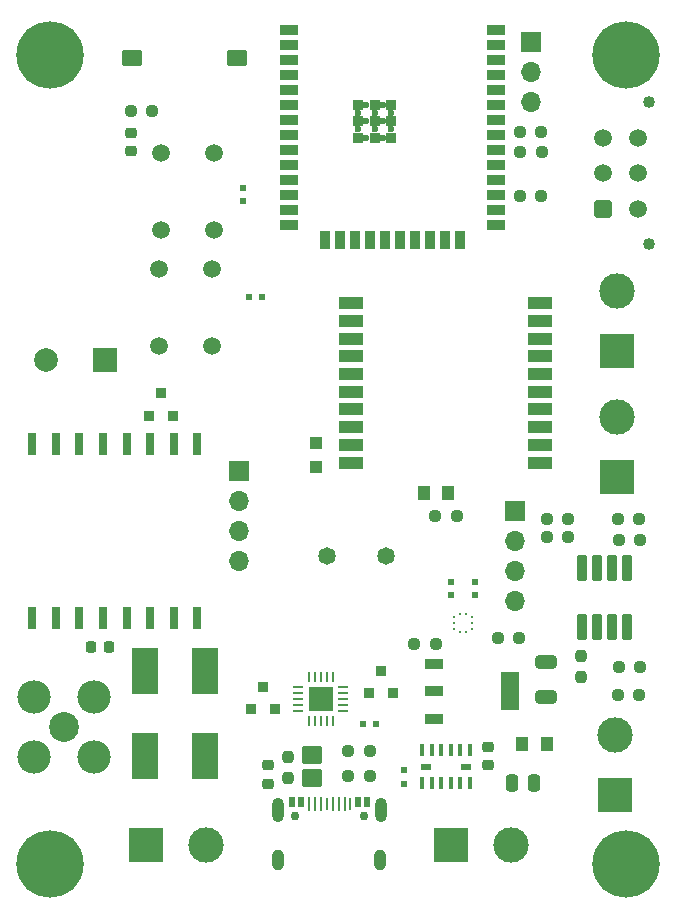
<source format=gbr>
%TF.GenerationSoftware,KiCad,Pcbnew,8.0.5*%
%TF.CreationDate,2025-03-30T22:56:12-04:00*%
%TF.ProjectId,TR3V4,54523356-342e-46b6-9963-61645f706362,rev?*%
%TF.SameCoordinates,Original*%
%TF.FileFunction,Soldermask,Top*%
%TF.FilePolarity,Negative*%
%FSLAX46Y46*%
G04 Gerber Fmt 4.6, Leading zero omitted, Abs format (unit mm)*
G04 Created by KiCad (PCBNEW 8.0.5) date 2025-03-30 22:56:12*
%MOMM*%
%LPD*%
G01*
G04 APERTURE LIST*
G04 Aperture macros list*
%AMRoundRect*
0 Rectangle with rounded corners*
0 $1 Rounding radius*
0 $2 $3 $4 $5 $6 $7 $8 $9 X,Y pos of 4 corners*
0 Add a 4 corners polygon primitive as box body*
4,1,4,$2,$3,$4,$5,$6,$7,$8,$9,$2,$3,0*
0 Add four circle primitives for the rounded corners*
1,1,$1+$1,$2,$3*
1,1,$1+$1,$4,$5*
1,1,$1+$1,$6,$7*
1,1,$1+$1,$8,$9*
0 Add four rect primitives between the rounded corners*
20,1,$1+$1,$2,$3,$4,$5,0*
20,1,$1+$1,$4,$5,$6,$7,0*
20,1,$1+$1,$6,$7,$8,$9,0*
20,1,$1+$1,$8,$9,$2,$3,0*%
G04 Aperture macros list end*
%ADD10R,3.000000X3.000000*%
%ADD11C,3.000000*%
%ADD12R,0.812800X0.889000*%
%ADD13RoundRect,0.237500X-0.250000X-0.237500X0.250000X-0.237500X0.250000X0.237500X-0.250000X0.237500X0*%
%ADD14RoundRect,0.237500X0.250000X0.237500X-0.250000X0.237500X-0.250000X-0.237500X0.250000X-0.237500X0*%
%ADD15C,5.700000*%
%ADD16C,1.484000*%
%ADD17R,1.000000X1.000000*%
%ADD18R,0.449200X1.117800*%
%ADD19R,0.813000X0.500000*%
%ADD20O,1.000000X1.800000*%
%ADD21O,1.000000X2.100000*%
%ADD22C,0.750000*%
%ADD23R,0.542100X0.933100*%
%ADD24R,0.584200X0.933100*%
%ADD25R,0.252400X1.143000*%
%ADD26R,0.252400X1.135700*%
%ADD27R,0.252398X1.135700*%
%ADD28R,0.252399X1.143000*%
%ADD29R,0.252401X1.143000*%
%ADD30R,1.549400X0.900800*%
%ADD31R,1.549400X3.200400*%
%ADD32C,1.020000*%
%ADD33RoundRect,0.250001X0.499999X-0.499999X0.499999X0.499999X-0.499999X0.499999X-0.499999X-0.499999X0*%
%ADD34C,1.500000*%
%ADD35R,1.700000X1.700000*%
%ADD36O,1.700000X1.700000*%
%ADD37RoundRect,0.250000X0.250000X0.475000X-0.250000X0.475000X-0.250000X-0.475000X0.250000X-0.475000X0*%
%ADD38R,1.500000X0.900000*%
%ADD39R,0.900000X1.500000*%
%ADD40R,0.900000X0.900000*%
%ADD41C,0.600000*%
%ADD42RoundRect,0.250000X-0.650000X0.325000X-0.650000X-0.325000X0.650000X-0.325000X0.650000X0.325000X0*%
%ADD43R,2.000000X2.000000*%
%ADD44C,2.000000*%
%ADD45R,0.812800X0.254000*%
%ADD46R,0.254000X0.812800*%
%ADD47R,2.057400X2.057400*%
%ADD48R,0.500000X0.605600*%
%ADD49RoundRect,0.237500X0.237500X-0.250000X0.237500X0.250000X-0.237500X0.250000X-0.237500X-0.250000X0*%
%ADD50C,1.498600*%
%ADD51R,1.104900X1.295400*%
%ADD52R,0.605600X0.500000*%
%ADD53R,2.260600X4.013200*%
%ADD54R,0.254000X0.279400*%
%ADD55R,0.254000X0.254000*%
%ADD56RoundRect,0.225000X0.250000X-0.225000X0.250000X0.225000X-0.250000X0.225000X-0.250000X-0.225000X0*%
%ADD57C,2.529000*%
%ADD58C,2.829000*%
%ADD59RoundRect,0.056280X-0.345720X1.030720X-0.345720X-1.030720X0.345720X-1.030720X0.345720X1.030720X0*%
%ADD60R,2.006600X0.990600*%
%ADD61RoundRect,0.102000X0.750000X0.550000X-0.750000X0.550000X-0.750000X-0.550000X0.750000X-0.550000X0*%
%ADD62RoundRect,0.102000X0.735000X-0.642500X0.735000X0.642500X-0.735000X0.642500X-0.735000X-0.642500X0*%
%ADD63RoundRect,0.225000X-0.250000X0.225000X-0.250000X-0.225000X0.250000X-0.225000X0.250000X0.225000X0*%
%ADD64RoundRect,0.225000X-0.225000X-0.250000X0.225000X-0.250000X0.225000X0.250000X-0.225000X0.250000X0*%
%ADD65R,0.762000X1.905000*%
G04 APERTURE END LIST*
D10*
%TO.C,J5*%
X191008000Y-77216000D03*
D11*
X191008000Y-72136000D03*
%TD*%
D12*
%TO.C,Q7*%
X151375001Y-82661999D03*
X153424999Y-82661999D03*
X152400000Y-80772000D03*
%TD*%
D13*
%TO.C,R16*%
X182798418Y-58622000D03*
X184623418Y-58622000D03*
%TD*%
D14*
%TO.C,R31*%
X175662500Y-102000000D03*
X173837500Y-102000000D03*
%TD*%
D13*
%TO.C,R7*%
X168276298Y-113163800D03*
X170101298Y-113163800D03*
%TD*%
D15*
%TO.C,*%
X143000000Y-52130000D03*
%TD*%
D16*
%TO.C,LS1*%
X166450000Y-94500000D03*
X171450000Y-94500000D03*
%TD*%
D17*
%TO.C,TX2*%
X165500000Y-87000000D03*
%TD*%
D18*
%TO.C,U4*%
X174549999Y-113741802D03*
X175350000Y-113741802D03*
X176150001Y-113741802D03*
X176949999Y-113741802D03*
X177750000Y-113741802D03*
X178549999Y-113741802D03*
D19*
X178268498Y-112370901D03*
D18*
X178550001Y-111000000D03*
X177750000Y-111000000D03*
X176949999Y-111000000D03*
X176150001Y-111000000D03*
X175350000Y-111000000D03*
X174550001Y-111000000D03*
D19*
X174831502Y-112370901D03*
%TD*%
D20*
%TO.C,J2*%
X162359996Y-120250000D03*
X171000000Y-120250000D03*
D21*
X162347347Y-116070000D03*
X171037649Y-116073350D03*
D22*
X163789998Y-116561600D03*
X169569998Y-116561600D03*
D23*
X163501048Y-115390050D03*
D24*
X164279997Y-115390050D03*
D25*
X165456198Y-115495000D03*
D26*
X166456198Y-115498650D03*
D25*
X166956198Y-115495000D03*
X167956198Y-115495000D03*
D23*
X169901048Y-115390050D03*
X169101048Y-115390050D03*
D27*
X168456197Y-115498650D03*
D25*
X167456198Y-115495000D03*
D28*
X165956198Y-115495000D03*
D29*
X164956199Y-115495000D03*
%TD*%
D30*
%TO.C,U3*%
X175538983Y-103700000D03*
X175538983Y-106000000D03*
X175538983Y-108300000D03*
D31*
X181990583Y-106000000D03*
%TD*%
D32*
%TO.C,J6*%
X193750000Y-68134000D03*
X193750000Y-56134000D03*
D33*
X189810000Y-65134000D03*
D34*
X189810000Y-62134000D03*
X189810000Y-59134000D03*
X192810000Y-65134000D03*
X192810000Y-62134000D03*
X192810000Y-59134000D03*
%TD*%
D13*
%TO.C,R12*%
X191077489Y-91440000D03*
X192902489Y-91440000D03*
%TD*%
D15*
%TO.C,*%
X191800000Y-120650000D03*
%TD*%
D35*
%TO.C,J3*%
X183750000Y-51042000D03*
D36*
X183750000Y-53582000D03*
X183750000Y-56122000D03*
%TD*%
D37*
%TO.C,C2*%
X184000000Y-113750000D03*
X182100000Y-113750000D03*
%TD*%
D17*
%TO.C,RX2*%
X165500000Y-85000000D03*
%TD*%
D10*
%TO.C,SW1*%
X176990583Y-118970001D03*
D11*
X182070583Y-118970001D03*
%TD*%
D38*
%TO.C,U11*%
X163262000Y-50002000D03*
X163262000Y-51272000D03*
X163262000Y-52542000D03*
X163262000Y-53812000D03*
X163262000Y-55082000D03*
X163262000Y-56352000D03*
X163262000Y-57622000D03*
X163262000Y-58892000D03*
X163262000Y-60162000D03*
X163262000Y-61432000D03*
X163262000Y-62702000D03*
X163262000Y-63972000D03*
X163262000Y-65242000D03*
X163262000Y-66512000D03*
D39*
X166297000Y-67762000D03*
X167567000Y-67762000D03*
X168837000Y-67762000D03*
X170107000Y-67762000D03*
X171377000Y-67762000D03*
X172647000Y-67762000D03*
X173917000Y-67762000D03*
X175187000Y-67762000D03*
X176457000Y-67762000D03*
X177727000Y-67762000D03*
D38*
X180762000Y-66512000D03*
X180762000Y-65242000D03*
X180762000Y-63972000D03*
X180762000Y-62702000D03*
X180762000Y-61432000D03*
X180762000Y-60162000D03*
X180762000Y-58892000D03*
X180762000Y-57622000D03*
X180762000Y-56352000D03*
X180762000Y-55082000D03*
X180762000Y-53812000D03*
X180762000Y-52542000D03*
X180762000Y-51272000D03*
X180762000Y-50002000D03*
D40*
X169112000Y-56322000D03*
D41*
X169112000Y-57022000D03*
D40*
X169112000Y-57722000D03*
D41*
X169112000Y-58422000D03*
D40*
X169112000Y-59122000D03*
D41*
X169812000Y-56322000D03*
X169812000Y-57722000D03*
X169812000Y-59122000D03*
D40*
X170512000Y-56322000D03*
D41*
X170512000Y-57022000D03*
D40*
X170512000Y-57722000D03*
D41*
X170512000Y-58422000D03*
D40*
X170512000Y-59122000D03*
D41*
X171212000Y-56322000D03*
X171212000Y-57722000D03*
X171212000Y-59122000D03*
D40*
X171912000Y-56322000D03*
D41*
X171912000Y-57022000D03*
D40*
X171912000Y-57722000D03*
D41*
X171912000Y-58422000D03*
D40*
X171912000Y-59122000D03*
%TD*%
D13*
%TO.C,R30*%
X180925000Y-101500000D03*
X182750000Y-101500000D03*
%TD*%
D42*
%TO.C,C1*%
X184990583Y-103495001D03*
X184990583Y-106445001D03*
%TD*%
D12*
%TO.C,Q3*%
X170000000Y-106139998D03*
X172049998Y-106139998D03*
X171024999Y-104249999D03*
%TD*%
D43*
%TO.C,C3*%
X147655677Y-77978000D03*
D44*
X142655677Y-77978000D03*
%TD*%
D45*
%TO.C,U6*%
X164046499Y-105656099D03*
X164046499Y-106156101D03*
X164046499Y-106656100D03*
X164046499Y-107156099D03*
X164046499Y-107656101D03*
D46*
X164938798Y-108548400D03*
X165438800Y-108548400D03*
X165938799Y-108548400D03*
X166438798Y-108548400D03*
X166938800Y-108548400D03*
D45*
X167831099Y-107656101D03*
X167831099Y-107156099D03*
X167831099Y-106656100D03*
X167831099Y-106156101D03*
X167831099Y-105656099D03*
D46*
X166938800Y-104763800D03*
X166438798Y-104763800D03*
X165938799Y-104763800D03*
X165438800Y-104763800D03*
X164938798Y-104763800D03*
D47*
X165938799Y-106656100D03*
%TD*%
D48*
%TO.C,C7*%
X173000000Y-113802800D03*
X173000000Y-112697200D03*
%TD*%
D49*
%TO.C,R1*%
X187989989Y-104794407D03*
X187989989Y-102969407D03*
%TD*%
D13*
%TO.C,R22*%
X182816418Y-60372000D03*
X184641418Y-60372000D03*
%TD*%
D12*
%TO.C,Q4*%
X160000000Y-107500000D03*
X162049998Y-107500000D03*
X161024999Y-105610001D03*
%TD*%
D50*
%TO.C,SW4*%
X152390417Y-60412000D03*
X156890418Y-66912002D03*
X156890418Y-60412000D03*
X152390417Y-66912002D03*
%TD*%
D35*
%TO.C,J7*%
X159004000Y-87376000D03*
D36*
X159004000Y-89916000D03*
X159004000Y-92456000D03*
X159004000Y-94996000D03*
%TD*%
D51*
%TO.C,D2*%
X176750000Y-89200000D03*
X174654500Y-89200000D03*
%TD*%
D13*
%TO.C,R15*%
X191088000Y-106273600D03*
X192913000Y-106273600D03*
%TD*%
%TO.C,R21*%
X182798418Y-64062000D03*
X184623418Y-64062000D03*
%TD*%
D52*
%TO.C,C13*%
X169494400Y-108763800D03*
X170600000Y-108763800D03*
%TD*%
D53*
%TO.C,BR1*%
X156170000Y-104311800D03*
X156170000Y-111500000D03*
X151064600Y-111500000D03*
X151064600Y-104311800D03*
%TD*%
D52*
%TO.C,C5*%
X159847200Y-72644000D03*
X160952800Y-72644000D03*
%TD*%
D13*
%TO.C,R8*%
X168263798Y-111038800D03*
X170088798Y-111038800D03*
%TD*%
D54*
%TO.C,U12*%
X178249999Y-99466698D03*
X177749999Y-99466698D03*
D55*
X177226998Y-99727000D03*
X177226998Y-100226999D03*
X177226998Y-100726998D03*
D54*
X177749999Y-100987300D03*
X178249999Y-100987300D03*
D55*
X178773000Y-100726998D03*
X178773000Y-100226999D03*
X178773000Y-99727000D03*
%TD*%
D15*
%TO.C,*%
X143000000Y-120650000D03*
%TD*%
D56*
%TO.C,C21*%
X149890418Y-60237000D03*
X149890418Y-58687000D03*
%TD*%
D57*
%TO.C,AE1*%
X144210000Y-109021800D03*
D58*
X141670000Y-106481800D03*
X146750000Y-106481800D03*
X141670000Y-111561800D03*
X146750000Y-111561800D03*
%TD*%
D59*
%TO.C,Q2*%
X191894989Y-95589407D03*
X190624989Y-95589407D03*
X189354989Y-95589407D03*
X188084989Y-95589407D03*
X188084989Y-100539407D03*
X189354989Y-100539407D03*
X190624989Y-100539407D03*
X191894989Y-100539407D03*
%TD*%
D56*
%TO.C,C12*%
X161438798Y-113813800D03*
X161438798Y-112263800D03*
%TD*%
D60*
%TO.C,U2*%
X168512000Y-73122000D03*
X168512000Y-74623140D03*
X168512000Y-76124280D03*
X168512000Y-77625420D03*
X168512000Y-79126560D03*
X168512000Y-80627700D03*
X168512000Y-82128840D03*
X168512000Y-83629980D03*
X168512000Y-85131120D03*
X168512000Y-86632260D03*
X184514000Y-86632260D03*
X184514000Y-85131120D03*
X184514000Y-83629980D03*
X184514000Y-82128840D03*
X184514000Y-80627700D03*
X184514000Y-79126560D03*
X184514000Y-77625420D03*
X184514000Y-76124280D03*
X184514000Y-74623140D03*
X184514000Y-73122000D03*
%TD*%
D61*
%TO.C,SW5*%
X158870667Y-52412000D03*
X149970667Y-52412000D03*
%TD*%
D13*
%TO.C,R11*%
X185077489Y-92969407D03*
X186902489Y-92969407D03*
%TD*%
D48*
%TO.C,C23*%
X177000000Y-96697200D03*
X177000000Y-97802800D03*
%TD*%
D62*
%TO.C,FB1*%
X165188798Y-113336800D03*
X165188798Y-111390800D03*
%TD*%
D10*
%TO.C,J4*%
X190881000Y-114808000D03*
D11*
X190881000Y-109728000D03*
%TD*%
D48*
%TO.C,C24*%
X179000000Y-97802800D03*
X179000000Y-96697200D03*
%TD*%
D63*
%TO.C,C6*%
X180086000Y-110725000D03*
X180086000Y-112275000D03*
%TD*%
D51*
%TO.C,D1*%
X185085489Y-110469407D03*
X182989989Y-110469407D03*
%TD*%
D49*
%TO.C,R10*%
X163188798Y-113338800D03*
X163188798Y-111513800D03*
%TD*%
D13*
%TO.C,R2*%
X175617500Y-91186000D03*
X177442500Y-91186000D03*
%TD*%
D14*
%TO.C,R13*%
X186902489Y-91440000D03*
X185077489Y-91440000D03*
%TD*%
D10*
%TO.C,J1*%
X151170000Y-119000000D03*
D11*
X156250000Y-119000000D03*
%TD*%
D64*
%TO.C,C4*%
X146475000Y-102250000D03*
X148025000Y-102250000D03*
%TD*%
D15*
%TO.C,*%
X191800000Y-52130000D03*
%TD*%
D13*
%TO.C,R17*%
X191164989Y-103969407D03*
X192989989Y-103969407D03*
%TD*%
%TO.C,R19*%
X149860000Y-56896000D03*
X151685000Y-56896000D03*
%TD*%
D48*
%TO.C,C22*%
X159370667Y-63359200D03*
X159370667Y-64464800D03*
%TD*%
D50*
%TO.C,SW2*%
X156750000Y-70250000D03*
X156750000Y-76750002D03*
X152249999Y-70250000D03*
X152249999Y-76750002D03*
%TD*%
D14*
%TO.C,R14*%
X192989989Y-93218000D03*
X191164989Y-93218000D03*
%TD*%
D35*
%TO.C,J8*%
X182372000Y-90688000D03*
D36*
X182372000Y-93228000D03*
X182372000Y-95768000D03*
X182372000Y-98308000D03*
%TD*%
D65*
%TO.C,U7*%
X155500000Y-85061800D03*
X153500001Y-85061800D03*
X151500000Y-85061800D03*
X149500002Y-85061800D03*
X147500000Y-85061800D03*
X145500002Y-85061800D03*
X143500001Y-85061800D03*
X141500000Y-85061800D03*
X141500002Y-99768400D03*
X143500001Y-99768400D03*
X145500002Y-99768400D03*
X147500000Y-99768400D03*
X149500002Y-99768400D03*
X151500000Y-99768400D03*
X153500001Y-99768400D03*
X155500002Y-99768400D03*
%TD*%
D10*
%TO.C,J5*%
X191000000Y-87884000D03*
D11*
X191000000Y-82804000D03*
%TD*%
M02*

</source>
